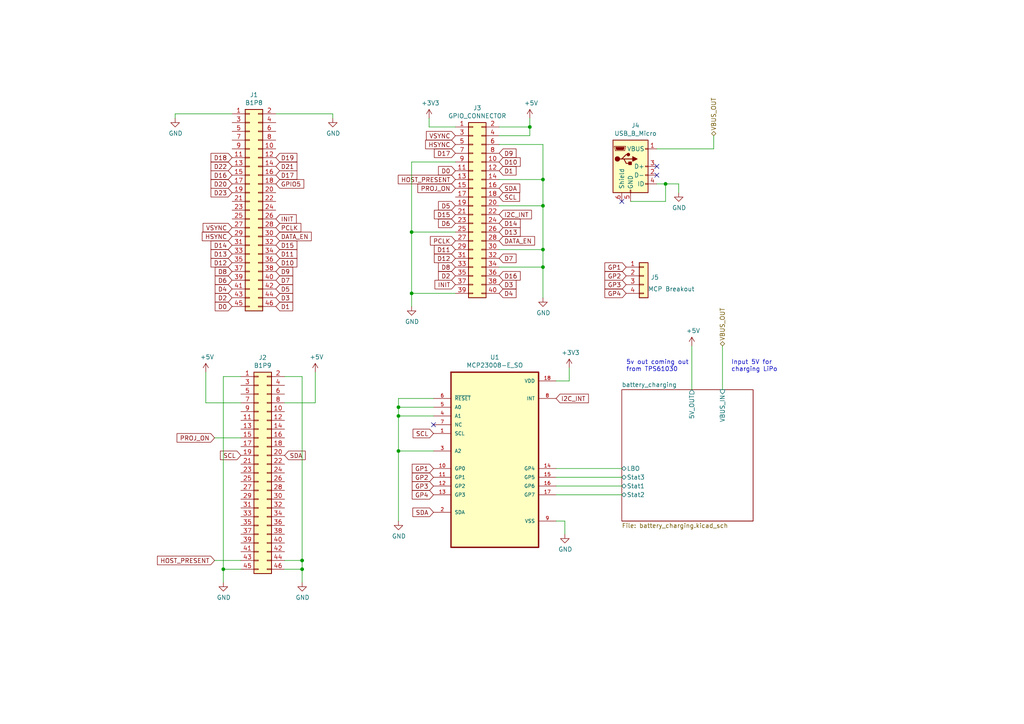
<source format=kicad_sch>
(kicad_sch (version 20211123) (generator eeschema)
  (paper "A4")
  (lib_symbols
    (symbol "Connector_Generic:Conn_01x04" (pin_names (offset 1.016) hide)
      (property "Reference" "J" (at 0 5.08 0))
      (property "Value" "Conn_01x04" (at 0 -7.62 0))
      (symbol "Conn_01x04_1_1"
        (rectangle (start -1.27 -4.953) (end 0 -5.207) (stroke (width 0.1524)))
        (rectangle (start -1.27 -2.413) (end 0 -2.667) (stroke (width 0.1524)))
        (rectangle (start -1.27 0.127) (end 0 -0.127) (stroke (width 0.1524)))
        (rectangle (start -1.27 2.667) (end 0 2.413) (stroke (width 0.1524)))
        (rectangle (start -1.27 3.81) (end 1.27 -6.35) (stroke (width 0.254)) (fill (type background)))
        (pin passive line (at -5.08 2.54 0) (length 3.81) (name "Pin_1") (number "1"))
        (pin passive line (at -5.08 0 0) (length 3.81) (name "Pin_2") (number "2"))
        (pin passive line (at -5.08 -2.54 0) (length 3.81) (name "Pin_3") (number "3"))
        (pin passive line (at -5.08 -5.08 0) (length 3.81) (name "Pin_4") (number "4"))
      )
    )
    (symbol "Connector_Generic:Conn_02x20_Odd_Even" (pin_names (offset 1.016) hide)
      (property "Reference" "J" (at 1.27 25.4 0))
      (property "Value" "Conn_02x20_Odd_Even" (at 1.27 -27.94 0))
      (symbol "Conn_02x20_Odd_Even_1_1"
        (rectangle (start -1.27 -25.273) (end 0 -25.527) (stroke (width 0.1524)))
        (rectangle (start -1.27 -22.733) (end 0 -22.987) (stroke (width 0.1524)))
        (rectangle (start -1.27 -20.193) (end 0 -20.447) (stroke (width 0.1524)))
        (rectangle (start -1.27 -17.653) (end 0 -17.907) (stroke (width 0.1524)))
        (rectangle (start -1.27 -15.113) (end 0 -15.367) (stroke (width 0.1524)))
        (rectangle (start -1.27 -12.573) (end 0 -12.827) (stroke (width 0.1524)))
        (rectangle (start -1.27 -10.033) (end 0 -10.287) (stroke (width 0.1524)))
        (rectangle (start -1.27 -7.493) (end 0 -7.747) (stroke (width 0.1524)))
        (rectangle (start -1.27 -4.953) (end 0 -5.207) (stroke (width 0.1524)))
        (rectangle (start -1.27 -2.413) (end 0 -2.667) (stroke (width 0.1524)))
        (rectangle (start -1.27 0.127) (end 0 -0.127) (stroke (width 0.1524)))
        (rectangle (start -1.27 2.667) (end 0 2.413) (stroke (width 0.1524)))
        (rectangle (start -1.27 5.207) (end 0 4.953) (stroke (width 0.1524)))
        (rectangle (start -1.27 7.747) (end 0 7.493) (stroke (width 0.1524)))
        (rectangle (start -1.27 10.287) (end 0 10.033) (stroke (width 0.1524)))
        (rectangle (start -1.27 12.827) (end 0 12.573) (stroke (width 0.1524)))
        (rectangle (start -1.27 15.367) (end 0 15.113) (stroke (width 0.1524)))
        (rectangle (start -1.27 17.907) (end 0 17.653) (stroke (width 0.1524)))
        (rectangle (start -1.27 20.447) (end 0 20.193) (stroke (width 0.1524)))
        (rectangle (start -1.27 22.987) (end 0 22.733) (stroke (width 0.1524)))
        (rectangle (start -1.27 24.13) (end 3.81 -26.67) (stroke (width 0.254)) (fill (type background)))
        (rectangle (start 3.81 -25.273) (end 2.54 -25.527) (stroke (width 0.1524)))
        (rectangle (start 3.81 -22.733) (end 2.54 -22.987) (stroke (width 0.1524)))
        (rectangle (start 3.81 -20.193) (end 2.54 -20.447) (stroke (width 0.1524)))
        (rectangle (start 3.81 -17.653) (end 2.54 -17.907) (stroke (width 0.1524)))
        (rectangle (start 3.81 -15.113) (end 2.54 -15.367) (stroke (width 0.1524)))
        (rectangle (start 3.81 -12.573) (end 2.54 -12.827) (stroke (width 0.1524)))
        (rectangle (start 3.81 -10.033) (end 2.54 -10.287) (stroke (width 0.1524)))
        (rectangle (start 3.81 -7.493) (end 2.54 -7.747) (stroke (width 0.1524)))
        (rectangle (start 3.81 -4.953) (end 2.54 -5.207) (stroke (width 0.1524)))
        (rectangle (start 3.81 -2.413) (end 2.54 -2.667) (stroke (width 0.1524)))
        (rectangle (start 3.81 0.127) (end 2.54 -0.127) (stroke (width 0.1524)))
        (rectangle (start 3.81 2.667) (end 2.54 2.413) (stroke (width 0.1524)))
        (rectangle (start 3.81 5.207) (end 2.54 4.953) (stroke (width 0.1524)))
        (rectangle (start 3.81 7.747) (end 2.54 7.493) (stroke (width 0.1524)))
        (rectangle (start 3.81 10.287) (end 2.54 10.033) (stroke (width 0.1524)))
        (rectangle (start 3.81 12.827) (end 2.54 12.573) (stroke (width 0.1524)))
        (rectangle (start 3.81 15.367) (end 2.54 15.113) (stroke (width 0.1524)))
        (rectangle (start 3.81 17.907) (end 2.54 17.653) (stroke (width 0.1524)))
        (rectangle (start 3.81 20.447) (end 2.54 20.193) (stroke (width 0.1524)))
        (rectangle (start 3.81 22.987) (end 2.54 22.733) (stroke (width 0.1524)))
        (pin passive line (at -5.08 22.86 0) (length 3.81) (name "Pin_1") (number "1"))
        (pin passive line (at 7.62 12.7 180) (length 3.81) (name "Pin_10") (number "10"))
        (pin passive line (at -5.08 10.16 0) (length 3.81) (name "Pin_11") (number "11"))
        (pin passive line (at 7.62 10.16 180) (length 3.81) (name "Pin_12") (number "12"))
        (pin passive line (at -5.08 7.62 0) (length 3.81) (name "Pin_13") (number "13"))
        (pin passive line (at 7.62 7.62 180) (length 3.81) (name "Pin_14") (number "14"))
        (pin passive line (at -5.08 5.08 0) (length 3.81) (name "Pin_15") (number "15"))
        (pin passive line (at 7.62 5.08 180) (length 3.81) (name "Pin_16") (number "16"))
        (pin passive line (at -5.08 2.54 0) (length 3.81) (name "Pin_17") (number "17"))
        (pin passive line (at 7.62 2.54 180) (length 3.81) (name "Pin_18") (number "18"))
        (pin passive line (at -5.08 0 0) (length 3.81) (name "Pin_19") (number "19"))
        (pin passive line (at 7.62 22.86 180) (length 3.81) (name "Pin_2") (number "2"))
        (pin passive line (at 7.62 0 180) (length 3.81) (name "Pin_20") (number "20"))
        (pin passive line (at -5.08 -2.54 0) (length 3.81) (name "Pin_21") (number "21"))
        (pin passive line (at 7.62 -2.54 180) (length 3.81) (name "Pin_22") (number "22"))
        (pin passive line (at -5.08 -5.08 0) (length 3.81) (name "Pin_23") (number "23"))
        (pin passive line (at 7.62 -5.08 180) (length 3.81) (name "Pin_24") (number "24"))
        (pin passive line (at -5.08 -7.62 0) (length 3.81) (name "Pin_25") (number "25"))
        (pin passive line (at 7.62 -7.62 180) (length 3.81) (name "Pin_26") (number "26"))
        (pin passive line (at -5.08 -10.16 0) (length 3.81) (name "Pin_27") (number "27"))
        (pin passive line (at 7.62 -10.16 180) (length 3.81) (name "Pin_28") (number "28"))
        (pin passive line (at -5.08 -12.7 0) (length 3.81) (name "Pin_29") (number "29"))
        (pin passive line (at -5.08 20.32 0) (length 3.81) (name "Pin_3") (number "3"))
        (pin passive line (at 7.62 -12.7 180) (length 3.81) (name "Pin_30") (number "30"))
        (pin passive line (at -5.08 -15.24 0) (length 3.81) (name "Pin_31") (number "31"))
        (pin passive line (at 7.62 -15.24 180) (length 3.81) (name "Pin_32") (number "32"))
        (pin passive line (at -5.08 -17.78 0) (length 3.81) (name "Pin_33") (number "33"))
        (pin passive line (at 7.62 -17.78 180) (length 3.81) (name "Pin_34") (number "34"))
        (pin passive line (at -5.08 -20.32 0) (length 3.81) (name "Pin_35") (number "35"))
        (pin passive line (at 7.62 -20.32 180) (length 3.81) (name "Pin_36") (number "36"))
        (pin passive line (at -5.08 -22.86 0) (length 3.81) (name "Pin_37") (number "37"))
        (pin passive line (at 7.62 -22.86 180) (length 3.81) (name "Pin_38") (number "38"))
        (pin passive line (at -5.08 -25.4 0) (length 3.81) (name "Pin_39") (number "39"))
        (pin passive line (at 7.62 20.32 180) (length 3.81) (name "Pin_4") (number "4"))
        (pin passive line (at 7.62 -25.4 180) (length 3.81) (name "Pin_40") (number "40"))
        (pin passive line (at -5.08 17.78 0) (length 3.81) (name "Pin_5") (number "5"))
        (pin passive line (at 7.62 17.78 180) (length 3.81) (name "Pin_6") (number "6"))
        (pin passive line (at -5.08 15.24 0) (length 3.81) (name "Pin_7") (number "7"))
        (pin passive line (at 7.62 15.24 180) (length 3.81) (name "Pin_8") (number "8"))
        (pin passive line (at -5.08 12.7 0) (length 3.81) (name "Pin_9") (number "9"))
      )
    )
    (symbol "Connector_Generic:Conn_02x23_Odd_Even" (pin_names (offset 1.016) hide)
      (property "Reference" "J" (at 1.27 30.48 0))
      (property "Value" "Conn_02x23_Odd_Even" (at 1.27 -30.48 0))
      (symbol "Conn_02x23_Odd_Even_1_1"
        (rectangle (start -1.27 -27.813) (end 0 -28.067) (stroke (width 0.1524)))
        (rectangle (start -1.27 -25.273) (end 0 -25.527) (stroke (width 0.1524)))
        (rectangle (start -1.27 -22.733) (end 0 -22.987) (stroke (width 0.1524)))
        (rectangle (start -1.27 -20.193) (end 0 -20.447) (stroke (width 0.1524)))
        (rectangle (start -1.27 -17.653) (end 0 -17.907) (stroke (width 0.1524)))
        (rectangle (start -1.27 -15.113) (end 0 -15.367) (stroke (width 0.1524)))
        (rectangle (start -1.27 -12.573) (end 0 -12.827) (stroke (width 0.1524)))
        (rectangle (start -1.27 -10.033) (end 0 -10.287) (stroke (width 0.1524)))
        (rectangle (start -1.27 -7.493) (end 0 -7.747) (stroke (width 0.1524)))
        (rectangle (start -1.27 -4.953) (end 0 -5.207) (stroke (width 0.1524)))
        (rectangle (start -1.27 -2.413) (end 0 -2.667) (stroke (width 0.1524)))
        (rectangle (start -1.27 0.127) (end 0 -0.127) (stroke (width 0.1524)))
        (rectangle (start -1.27 2.667) (end 0 2.413) (stroke (width 0.1524)))
        (rectangle (start -1.27 5.207) (end 0 4.953) (stroke (width 0.1524)))
        (rectangle (start -1.27 7.747) (end 0 7.493) (stroke (width 0.1524)))
        (rectangle (start -1.27 10.287) (end 0 10.033) (stroke (width 0.1524)))
        (rectangle (start -1.27 12.827) (end 0 12.573) (stroke (width 0.1524)))
        (rectangle (start -1.27 15.367) (end 0 15.113) (stroke (width 0.1524)))
        (rectangle (start -1.27 17.907) (end 0 17.653) (stroke (width 0.1524)))
        (rectangle (start -1.27 20.447) (end 0 20.193) (stroke (width 0.1524)))
        (rectangle (start -1.27 22.987) (end 0 22.733) (stroke (width 0.1524)))
        (rectangle (start -1.27 25.527) (end 0 25.273) (stroke (width 0.1524)))
        (rectangle (start -1.27 28.067) (end 0 27.813) (stroke (width 0.1524)))
        (rectangle (start -1.27 29.21) (end 3.81 -29.21) (stroke (width 0.254)) (fill (type background)))
        (rectangle (start 3.81 -27.813) (end 2.54 -28.067) (stroke (width 0.1524)))
        (rectangle (start 3.81 -25.273) (end 2.54 -25.527) (stroke (width 0.1524)))
        (rectangle (start 3.81 -22.733) (end 2.54 -22.987) (stroke (width 0.1524)))
        (rectangle (start 3.81 -20.193) (end 2.54 -20.447) (stroke (width 0.1524)))
        (rectangle (start 3.81 -17.653) (end 2.54 -17.907) (stroke (width 0.1524)))
        (rectangle (start 3.81 -15.113) (end 2.54 -15.367) (stroke (width 0.1524)))
        (rectangle (start 3.81 -12.573) (end 2.54 -12.827) (stroke (width 0.1524)))
        (rectangle (start 3.81 -10.033) (end 2.54 -10.287) (stroke (width 0.1524)))
        (rectangle (start 3.81 -7.493) (end 2.54 -7.747) (stroke (width 0.1524)))
        (rectangle (start 3.81 -4.953) (end 2.54 -5.207) (stroke (width 0.1524)))
        (rectangle (start 3.81 -2.413) (end 2.54 -2.667) (stroke (width 0.1524)))
        (rectangle (start 3.81 0.127) (end 2.54 -0.127) (stroke (width 0.1524)))
        (rectangle (start 3.81 2.667) (end 2.54 2.413) (stroke (width 0.1524)))
        (rectangle (start 3.81 5.207) (end 2.54 4.953) (stroke (width 0.1524)))
        (rectangle (start 3.81 7.747) (end 2.54 7.493) (stroke (width 0.1524)))
        (rectangle (start 3.81 10.287) (end 2.54 10.033) (stroke (width 0.1524)))
        (rectangle (start 3.81 12.827) (end 2.54 12.573) (stroke (width 0.1524)))
        (rectangle (start 3.81 15.367) (end 2.54 15.113) (stroke (width 0.1524)))
        (rectangle (start 3.81 17.907) (end 2.54 17.653) (stroke (width 0.1524)))
        (rectangle (start 3.81 20.447) (end 2.54 20.193) (stroke (width 0.1524)))
        (rectangle (start 3.81 22.987) (end 2.54 22.733) (stroke (width 0.1524)))
        (rectangle (start 3.81 25.527) (end 2.54 25.273) (stroke (width 0.1524)))
        (rectangle (start 3.81 28.067) (end 2.54 27.813) (stroke (width 0.1524)))
        (pin passive line (at -5.08 27.94 0) (length 3.81) (name "Pin_1") (number "1"))
        (pin passive line (at 7.62 17.78 180) (length 3.81) (name "Pin_10") (number "10"))
        (pin passive line (at -5.08 15.24 0) (length 3.81) (name "Pin_11") (number "11"))
        (pin passive line (at 7.62 15.24 180) (length 3.81) (name "Pin_12") (number "12"))
        (pin passive line (at -5.08 12.7 0) (length 3.81) (name "Pin_13") (number "13"))
        (pin passive line (at 7.62 12.7 180) (length 3.81) (name "Pin_14") (number "14"))
        (pin passive line (at -5.08 10.16 0) (length 3.81) (name "Pin_15") (number "15"))
        (pin passive line (at 7.62 10.16 180) (length 3.81) (name "Pin_16") (number "16"))
        (pin passive line (at -5.08 7.62 0) (length 3.81) (name "Pin_17") (number "17"))
        (pin passive line (at 7.62 7.62 180) (length 3.81) (name "Pin_18") (number "18"))
        (pin passive line (at -5.08 5.08 0) (length 3.81) (name "Pin_19") (number "19"))
        (pin passive line (at 7.62 27.94 180) (length 3.81) (name "Pin_2") (number "2"))
        (pin passive line (at 7.62 5.08 180) (length 3.81) (name "Pin_20") (number "20"))
        (pin passive line (at -5.08 2.54 0) (length 3.81) (name "Pin_21") (number "21"))
        (pin passive line (at 7.62 2.54 180) (length 3.81) (name "Pin_22") (number "22"))
        (pin passive line (at -5.08 0 0) (length 3.81) (name "Pin_23") (number "23"))
        (pin passive line (at 7.62 0 180) (length 3.81) (name "Pin_24") (number "24"))
        (pin passive line (at -5.08 -2.54 0) (length 3.81) (name "Pin_25") (number "25"))
        (pin passive line (at 7.62 -2.54 180) (length 3.81) (name "Pin_26") (number "26"))
        (pin passive line (at -5.08 -5.08 0) (length 3.81) (name "Pin_27") (number "27"))
        (pin passive line (at 7.62 -5.08 180) (length 3.81) (name "Pin_28") (number "28"))
        (pin passive line (at -5.08 -7.62 0) (length 3.81) (name "Pin_29") (number "29"))
        (pin passive line (at -5.08 25.4 0) (length 3.81) (name "Pin_3") (number "3"))
        (pin passive line (at 7.62 -7.62 180) (length 3.81) (name "Pin_30") (number "30"))
        (pin passive line (at -5.08 -10.16 0) (length 3.81) (name "Pin_31") (number "31"))
        (pin passive line (at 7.62 -10.16 180) (length 3.81) (name "Pin_32") (number "32"))
        (pin passive line (at -5.08 -12.7 0) (length 3.81) (name "Pin_33") (number "33"))
        (pin passive line (at 7.62 -12.7 180) (length 3.81) (name "Pin_34") (number "34"))
        (pin passive line (at -5.08 -15.24 0) (length 3.81) (name "Pin_35") (number "35"))
        (pin passive line (at 7.62 -15.24 180) (length 3.81) (name "Pin_36") (number "36"))
        (pin passive line (at -5.08 -17.78 0) (length 3.81) (name "Pin_37") (number "37"))
        (pin passive line (at 7.62 -17.78 180) (length 3.81) (name "Pin_38") (number "38"))
        (pin passive line (at -5.08 -20.32 0) (length 3.81) (name "Pin_39") (number "39"))
        (pin passive line (at 7.62 25.4 180) (length 3.81) (name "Pin_4") (number "4"))
        (pin passive line (at 7.62 -20.32 180) (length 3.81) (name "Pin_40") (number "40"))
        (pin passive line (at -5.08 -22.86 0) (length 3.81) (name "Pin_41") (number "41"))
        (pin passive line (at 7.62 -22.86 180) (length 3.81) (name "Pin_42") (number "42"))
        (pin passive line (at -5.08 -25.4 0) (length 3.81) (name "Pin_43") (number "43"))
        (pin passive line (at 7.62 -25.4 180) (length 3.81) (name "Pin_44") (number "44"))
        (pin passive line (at -5.08 -27.94 0) (length 3.81) (name "Pin_45") (number "45"))
        (pin passive line (at 7.62 -27.94 180) (length 3.81) (name "Pin_46") (number "46"))
        (pin passive line (at -5.08 22.86 0) (length 3.81) (name "Pin_5") (number "5"))
        (pin passive line (at 7.62 22.86 180) (length 3.81) (name "Pin_6") (number "6"))
        (pin passive line (at -5.08 20.32 0) (length 3.81) (name "Pin_7") (number "7"))
        (pin passive line (at 7.62 20.32 180) (length 3.81) (name "Pin_8") (number "8"))
        (pin passive line (at -5.08 17.78 0) (length 3.81) (name "Pin_9") (number "9"))
      )
    )
    (symbol "power:+3V3" (power) (pin_names (offset 0))
      (property "Value" "+3V3" (at 0 3.556 0))
      (symbol "+3V3_0_1"
        (polyline (pts (xy -0.762 1.27) (xy 0 2.54)))
        (polyline (pts (xy 0 0) (xy 0 2.54)))
        (polyline (pts (xy 0 2.54) (xy 0.762 1.27)))
      )
      (symbol "+3V3_1_1"
        (pin power_in line (at 0 0 90) (length 0) hide (name "+3V3") (number "1"))
      )
    )
    (symbol "power:+5V" (power) (pin_names (offset 0))
      (property "Value" "+5V" (at 0 3.556 0))
      (symbol "+5V_0_1"
        (polyline (pts (xy -0.762 1.27) (xy 0 2.54)))
        (polyline (pts (xy 0 0) (xy 0 2.54)))
        (polyline (pts (xy 0 2.54) (xy 0.762 1.27)))
      )
      (symbol "+5V_1_1"
        (pin power_in line (at 0 0 90) (length 0) hide (name "+5V") (number "1"))
      )
    )
    (symbol "power:GND" (power) (pin_names (offset 0))
      (property "Value" "GND" (at 0 -3.81 0))
      (symbol "GND_0_1"
        (polyline (pts (xy 0 0) (xy 0 -1.27) (xy 1.27 -1.27) (xy 0 -2.54) (xy -1.27 -1.27) (xy 0 -1.27)))
      )
      (symbol "GND_1_1"
        (pin power_in line (at 0 0 270) (length 0) hide (name "GND") (number "1"))
      )
    )
    (symbol "projector_hat-rescue:MCP23008-E_SO-MCP23008-E_SO-projector_hat-rescue" (pin_names (offset 1.016))
      (property "Reference" "U" (at -12.7 26.3906 0))
      (property "Value" "MCP23008-E_SO-MCP23008-E_SO-projector_hat-rescue" (at -12.7 -29.3878 0))
      (symbol "MCP23008-E_SO-MCP23008-E_SO-projector_hat-rescue_0_0"
        (rectangle (start -12.7 -25.4) (end 12.7 25.4) (stroke (width 0.4064)) (fill (type background)))
        (pin input line (at -17.78 7.62 0) (length 5.08) (name "SCL") (number "1"))
        (pin bidirectional line (at -17.78 -2.54 0) (length 5.08) (name "GP0") (number "10"))
        (pin bidirectional line (at -17.78 -5.08 0) (length 5.08) (name "GP1") (number "11"))
        (pin bidirectional line (at -17.78 -7.62 0) (length 5.08) (name "GP2") (number "12"))
        (pin bidirectional line (at -17.78 -10.16 0) (length 5.08) (name "GP3") (number "13"))
        (pin bidirectional line (at 17.78 -2.54 180) (length 5.08) (name "GP4") (number "14"))
        (pin bidirectional line (at 17.78 -5.08 180) (length 5.08) (name "GP5") (number "15"))
        (pin bidirectional line (at 17.78 -7.62 180) (length 5.08) (name "GP6") (number "16"))
        (pin bidirectional line (at 17.78 -10.16 180) (length 5.08) (name "GP7") (number "17"))
        (pin power_in line (at 17.78 22.86 180) (length 5.08) (name "VDD") (number "18"))
        (pin bidirectional line (at -17.78 -15.24 0) (length 5.08) (name "SDA") (number "2"))
        (pin bidirectional line (at -17.78 2.54 0) (length 5.08) (name "A2") (number "3"))
        (pin input line (at -17.78 12.7 0) (length 5.08) (name "A1") (number "4"))
        (pin input line (at -17.78 15.24 0) (length 5.08) (name "A0") (number "5"))
        (pin input line (at -17.78 17.78 0) (length 5.08) (name "~{RESET}") (number "6"))
        (pin input line (at -17.78 10.16 0) (length 5.08) (name "NC") (number "7"))
        (pin output line (at 17.78 17.78 180) (length 5.08) (name "INT") (number "8"))
        (pin power_in line (at 17.78 -17.78 180) (length 5.08) (name "VSS") (number "9"))
      )
    )
    (symbol "projector_hat-rescue:USB_B_Micro-Connector-projector_hat-rescue" (pin_names (offset 1.016))
      (property "Reference" "J" (at -5.08 11.43 0))
      (property "Value" "USB_B_Micro-Connector-projector_hat-rescue" (at -5.08 8.89 0))
      (symbol "USB_B_Micro-Connector-projector_hat-rescue_0_1"
        (rectangle (start -5.08 -7.62) (end 5.08 7.62) (stroke (width 0.254)) (fill (type background)))
        (circle (center -3.81 2.159) (radius 0.635) (stroke (width 0.254)) (fill (type outline)))
        (circle (center -0.635 3.429) (radius 0.381) (stroke (width 0.254)) (fill (type outline)))
        (rectangle (start -0.127 -7.62) (end 0.127 -6.858))
        (polyline (pts (xy -1.905 2.159) (xy 0.635 2.159)) (stroke (width 0.254)))
        (polyline (pts (xy -3.175 2.159) (xy -2.54 2.159) (xy -1.27 3.429) (xy -0.635 3.429)) (stroke (width 0.254)))
        (polyline (pts (xy -2.54 2.159) (xy -1.905 2.159) (xy -1.27 0.889) (xy 0 0.889)) (stroke (width 0.254)))
        (polyline (pts (xy 0.635 2.794) (xy 0.635 1.524) (xy 1.905 2.159) (xy 0.635 2.794)) (stroke (width 0.254)) (fill (type outline)))
        (polyline (pts (xy -4.318 5.588) (xy -1.778 5.588) (xy -2.032 4.826) (xy -4.064 4.826) (xy -4.318 5.588)) (fill (type outline)))
        (polyline (pts (xy -4.699 5.842) (xy -4.699 5.588) (xy -4.445 4.826) (xy -4.445 4.572) (xy -1.651 4.572) (xy -1.651 4.826) (xy -1.397 5.588) (xy -1.397 5.842) (xy -4.699 5.842)))
        (rectangle (start 0.254 1.27) (end -0.508 0.508) (stroke (width 0.254)) (fill (type outline)))
        (rectangle (start 5.08 -5.207) (end 4.318 -4.953))
        (rectangle (start 5.08 -2.667) (end 4.318 -2.413))
        (rectangle (start 5.08 -0.127) (end 4.318 0.127))
        (rectangle (start 5.08 4.953) (end 4.318 5.207))
      )
      (symbol "USB_B_Micro-Connector-projector_hat-rescue_1_1"
        (pin power_out line (at 7.62 5.08 180) (length 2.54) (name "VBUS") (number "1"))
        (pin passive line (at 7.62 -2.54 180) (length 2.54) (name "D-") (number "2"))
        (pin passive line (at 7.62 0 180) (length 2.54) (name "D+") (number "3"))
        (pin passive line (at 7.62 -5.08 180) (length 2.54) (name "ID") (number "4"))
        (pin power_out line (at 0 -10.16 90) (length 2.54) (name "GND") (number "5"))
        (pin passive line (at -2.54 -10.16 90) (length 2.54) (name "Shield") (number "6"))
      )
    )
  )
  (junction (at 115.57 120.65))
  (junction (at 115.57 130.81))
  (junction (at 115.57 118.11))
  (junction (at 153.67 36.83))
  (junction (at 87.63 165.1))
  (junction (at 119.38 85.09))
  (junction (at 157.48 72.39))
  (junction (at 157.48 77.47))
  (junction (at 64.77 165.1))
  (junction (at 193.04 53.34))
  (junction (at 87.63 162.56))
  (junction (at 119.38 67.31))
  (junction (at 157.48 59.69))
  (junction (at 157.48 52.07))
  (no_connect (at 190.5 50.8))
  (no_connect (at 180.34 58.42))
  (no_connect (at 125.73 123.19))
  (no_connect (at 190.5 48.26))
  (wire (pts (xy 161.29 143.51) (xy 180.34 143.51)))
  (wire (pts (xy 144.78 41.91) (xy 157.48 41.91)))
  (wire (pts (xy 119.38 46.99) (xy 132.08 46.99)))
  (wire (pts (xy 161.29 151.13) (xy 163.83 151.13)))
  (wire (pts (xy 119.38 67.31) (xy 119.38 46.99)))
  (wire (pts (xy 119.38 85.09) (xy 119.38 67.31)))
  (wire (pts (xy 193.04 53.34) (xy 196.85 53.34)))
  (wire (pts (xy 82.55 116.84) (xy 91.44 116.84)))
  (wire (pts (xy 144.78 77.47) (xy 157.48 77.47)))
  (wire (pts (xy 87.63 165.1) (xy 87.63 168.91)))
  (wire (pts (xy 62.23 127) (xy 69.85 127)))
  (wire (pts (xy 190.5 53.34) (xy 193.04 53.34)))
  (wire (pts (xy 165.1 110.49) (xy 161.29 110.49)))
  (wire (pts (xy 153.67 34.29) (xy 153.67 36.83)))
  (wire (pts (xy 157.48 52.07) (xy 157.48 59.69)))
  (wire (pts (xy 115.57 118.11) (xy 125.73 118.11)))
  (wire (pts (xy 161.29 138.43) (xy 180.34 138.43)))
  (wire (pts (xy 165.1 106.68) (xy 165.1 110.49)))
  (wire (pts (xy 80.01 33.02) (xy 96.52 33.02)))
  (wire (pts (xy 82.55 165.1) (xy 87.63 165.1)))
  (wire (pts (xy 124.46 34.29) (xy 124.46 36.83)))
  (wire (pts (xy 115.57 120.65) (xy 115.57 130.81)))
  (wire (pts (xy 50.8 33.02) (xy 67.31 33.02)))
  (wire (pts (xy 64.77 109.22) (xy 64.77 165.1)))
  (wire (pts (xy 132.08 85.09) (xy 119.38 85.09)))
  (wire (pts (xy 153.67 39.37) (xy 153.67 36.83)))
  (wire (pts (xy 157.48 41.91) (xy 157.48 52.07)))
  (wire (pts (xy 144.78 52.07) (xy 157.48 52.07)))
  (wire (pts (xy 161.29 140.97) (xy 180.34 140.97)))
  (wire (pts (xy 144.78 59.69) (xy 157.48 59.69)))
  (wire (pts (xy 196.85 53.34) (xy 196.85 55.88)))
  (wire (pts (xy 125.73 115.57) (xy 115.57 115.57)))
  (wire (pts (xy 59.69 107.95) (xy 59.69 116.84)))
  (wire (pts (xy 193.04 58.42) (xy 193.04 53.34)))
  (wire (pts (xy 207.01 43.18) (xy 207.01 39.37)))
  (wire (pts (xy 182.88 58.42) (xy 193.04 58.42)))
  (wire (pts (xy 115.57 115.57) (xy 115.57 118.11)))
  (wire (pts (xy 69.85 165.1) (xy 64.77 165.1)))
  (wire (pts (xy 209.55 100.33) (xy 209.55 113.03)))
  (wire (pts (xy 144.78 39.37) (xy 153.67 39.37)))
  (wire (pts (xy 115.57 130.81) (xy 125.73 130.81)))
  (wire (pts (xy 190.5 43.18) (xy 207.01 43.18)))
  (wire (pts (xy 124.46 36.83) (xy 132.08 36.83)))
  (wire (pts (xy 82.55 109.22) (xy 87.63 109.22)))
  (wire (pts (xy 200.66 100.33) (xy 200.66 113.03)))
  (wire (pts (xy 62.23 162.56) (xy 69.85 162.56)))
  (wire (pts (xy 132.08 67.31) (xy 119.38 67.31)))
  (wire (pts (xy 157.48 72.39) (xy 157.48 77.47)))
  (wire (pts (xy 153.67 36.83) (xy 144.78 36.83)))
  (wire (pts (xy 115.57 120.65) (xy 125.73 120.65)))
  (wire (pts (xy 87.63 162.56) (xy 87.63 165.1)))
  (wire (pts (xy 161.29 135.89) (xy 180.34 135.89)))
  (wire (pts (xy 50.8 34.29) (xy 50.8 33.02)))
  (wire (pts (xy 115.57 130.81) (xy 115.57 151.13)))
  (wire (pts (xy 82.55 162.56) (xy 87.63 162.56)))
  (wire (pts (xy 87.63 109.22) (xy 87.63 162.56)))
  (wire (pts (xy 59.69 116.84) (xy 69.85 116.84)))
  (wire (pts (xy 64.77 165.1) (xy 64.77 168.91)))
  (wire (pts (xy 144.78 72.39) (xy 157.48 72.39)))
  (wire (pts (xy 91.44 116.84) (xy 91.44 107.95)))
  (wire (pts (xy 163.83 151.13) (xy 163.83 154.94)))
  (wire (pts (xy 119.38 88.9) (xy 119.38 85.09)))
  (wire (pts (xy 157.48 59.69) (xy 157.48 72.39)))
  (wire (pts (xy 115.57 118.11) (xy 115.57 120.65)))
  (wire (pts (xy 157.48 77.47) (xy 157.48 86.36)))
  (wire (pts (xy 69.85 109.22) (xy 64.77 109.22)))
  (wire (pts (xy 96.52 33.02) (xy 96.52 34.29)))
  (text "5v out coming out \nfrom TPS61030" (at 181.61 107.95 0) (effects (font (size 1.27 1.27)) (justify left bottom)))
  (text "Input 5V for \ncharging LiPo" (at 212.09 107.95 0) (effects (font (size 1.27 1.27)) (justify left bottom)))
  (global_label "GP3" (shape input) (at 181.61 82.55 180) (property "Intersheet References" "${INTERSHEET_REFS}" (effects hide)))
  (global_label "D3" (shape input) (at 80.01 86.36 0) (property "Intersheet References" "${INTERSHEET_REFS}" (effects hide)))
  (global_label "PROJ_ON" (shape input) (at 132.08 54.61 180) (property "Intersheet References" "${INTERSHEET_REFS}" (effects hide)))
  (global_label "D22" (shape input) (at 67.31 48.26 180) (property "Intersheet References" "${INTERSHEET_REFS}" (effects hide)))
  (global_label "D17" (shape input) (at 132.08 44.45 180) (property "Intersheet References" "${INTERSHEET_REFS}" (effects hide)))
  (global_label "D0" (shape input) (at 67.31 88.9 180) (property "Intersheet References" "${INTERSHEET_REFS}" (effects hide)))
  (global_label "D6" (shape input) (at 67.31 81.28 180) (property "Intersheet References" "${INTERSHEET_REFS}" (effects hide)))
  (global_label "D17" (shape input) (at 80.01 50.8 0) (property "Intersheet References" "${INTERSHEET_REFS}" (effects hide)))
  (global_label "D18" (shape input) (at 67.31 45.72 180) (property "Intersheet References" "${INTERSHEET_REFS}" (effects hide)))
  (global_label "D20" (shape input) (at 67.31 53.34 180) (property "Intersheet References" "${INTERSHEET_REFS}" (effects hide)))
  (global_label "GP4" (shape input) (at 125.73 143.51 180) (property "Intersheet References" "${INTERSHEET_REFS}" (effects hide)))
  (global_label "D16" (shape input) (at 67.31 50.8 180) (property "Intersheet References" "${INTERSHEET_REFS}" (effects hide)))
  (global_label "HOST_PRESENT" (shape input) (at 62.23 162.56 180) (property "Intersheet References" "${INTERSHEET_REFS}" (effects hide)))
  (global_label "D11" (shape input) (at 80.01 73.66 0) (property "Intersheet References" "${INTERSHEET_REFS}" (effects hide)))
  (global_label "SCL" (shape input) (at 125.73 125.73 180) (property "Intersheet References" "${INTERSHEET_REFS}" (effects hide)))
  (global_label "D1" (shape input) (at 144.78 49.53 0) (property "Intersheet References" "${INTERSHEET_REFS}" (effects hide)))
  (global_label "GP2" (shape input) (at 181.61 80.01 180) (property "Intersheet References" "${INTERSHEET_REFS}" (effects hide)))
  (global_label "D14" (shape input) (at 144.78 64.77 0) (property "Intersheet References" "${INTERSHEET_REFS}" (effects hide)))
  (global_label "D2" (shape input) (at 67.31 86.36 180) (property "Intersheet References" "${INTERSHEET_REFS}" (effects hide)))
  (global_label "I2C_INT" (shape input) (at 144.78 62.23 0) (property "Intersheet References" "${INTERSHEET_REFS}" (effects hide)))
  (global_label "DATA_EN" (shape input) (at 144.78 69.85 0) (property "Intersheet References" "${INTERSHEET_REFS}" (effects hide)))
  (global_label "D7" (shape input) (at 144.78 74.93 0) (property "Intersheet References" "${INTERSHEET_REFS}" (effects hide)))
  (global_label "GP3" (shape input) (at 125.73 140.97 180) (property "Intersheet References" "${INTERSHEET_REFS}" (effects hide)))
  (global_label "D15" (shape input) (at 80.01 71.12 0) (property "Intersheet References" "${INTERSHEET_REFS}" (effects hide)))
  (global_label "D4" (shape input) (at 144.78 85.09 0) (property "Intersheet References" "${INTERSHEET_REFS}" (effects hide)))
  (global_label "GP1" (shape input) (at 181.61 77.47 180) (property "Intersheet References" "${INTERSHEET_REFS}" (effects hide)))
  (global_label "GP1" (shape input) (at 125.73 135.89 180) (property "Intersheet References" "${INTERSHEET_REFS}" (effects hide)))
  (global_label "D5" (shape input) (at 132.08 59.69 180) (property "Intersheet References" "${INTERSHEET_REFS}" (effects hide)))
  (global_label "DATA_EN" (shape input) (at 80.01 68.58 0) (property "Intersheet References" "${INTERSHEET_REFS}" (effects hide)))
  (global_label "GP2" (shape input) (at 125.73 138.43 180) (property "Intersheet References" "${INTERSHEET_REFS}" (effects hide)))
  (global_label "PCLK" (shape input) (at 80.01 66.04 0) (property "Intersheet References" "${INTERSHEET_REFS}" (effects hide)))
  (global_label "D8" (shape input) (at 67.31 78.74 180) (property "Intersheet References" "${INTERSHEET_REFS}" (effects hide)))
  (global_label "D1" (shape input) (at 80.01 88.9 0) (property "Intersheet References" "${INTERSHEET_REFS}" (effects hide)))
  (global_label "GP4" (shape input) (at 181.61 85.09 180) (property "Intersheet References" "${INTERSHEET_REFS}" (effects hide)))
  (global_label "D23" (shape input) (at 67.31 55.88 180) (property "Intersheet References" "${INTERSHEET_REFS}" (effects hide)))
  (global_label "INIT" (shape input) (at 132.08 82.55 180) (property "Intersheet References" "${INTERSHEET_REFS}" (effects hide)))
  (global_label "PCLK" (shape input) (at 132.08 69.85 180) (property "Intersheet References" "${INTERSHEET_REFS}" (effects hide)))
  (global_label "SCL" (shape input) (at 144.78 57.15 0) (property "Intersheet References" "${INTERSHEET_REFS}" (effects hide)))
  (global_label "D0" (shape input) (at 132.08 49.53 180) (property "Intersheet References" "${INTERSHEET_REFS}" (effects hide)))
  (global_label "D2" (shape input) (at 132.08 80.01 180) (property "Intersheet References" "${INTERSHEET_REFS}" (effects hide)))
  (global_label "HOST_PRESENT" (shape input) (at 132.08 52.07 180) (property "Intersheet References" "${INTERSHEET_REFS}" (effects hide)))
  (global_label "D3" (shape input) (at 144.78 82.55 0) (property "Intersheet References" "${INTERSHEET_REFS}" (effects hide)))
  (global_label "GPIO5" (shape input) (at 80.01 53.34 0) (property "Intersheet References" "${INTERSHEET_REFS}" (effects hide)))
  (global_label "SDA" (shape input) (at 82.55 132.08 0) (property "Intersheet References" "${INTERSHEET_REFS}" (effects hide)))
  (global_label "D13" (shape input) (at 67.31 73.66 180) (property "Intersheet References" "${INTERSHEET_REFS}" (effects hide)))
  (global_label "PROJ_ON" (shape input) (at 62.23 127 180) (property "Intersheet References" "${INTERSHEET_REFS}" (effects hide)))
  (global_label "D11" (shape input) (at 132.08 72.39 180) (property "Intersheet References" "${INTERSHEET_REFS}" (effects hide)))
  (global_label "D7" (shape input) (at 80.01 81.28 0) (property "Intersheet References" "${INTERSHEET_REFS}" (effects hide)))
  (global_label "D5" (shape input) (at 80.01 83.82 0) (property "Intersheet References" "${INTERSHEET_REFS}" (effects hide)))
  (global_label "HSYNC" (shape input) (at 132.08 41.91 180) (property "Intersheet References" "${INTERSHEET_REFS}" (effects hide)))
  (global_label "D4" (shape input) (at 67.31 83.82 180) (property "Intersheet References" "${INTERSHEET_REFS}" (effects hide)))
  (global_label "D10" (shape input) (at 80.01 76.2 0) (property "Intersheet References" "${INTERSHEET_REFS}" (effects hide)))
  (global_label "SDA" (shape input) (at 144.78 54.61 0) (property "Intersheet References" "${INTERSHEET_REFS}" (effects hide)))
  (global_label "D9" (shape input) (at 80.01 78.74 0) (property "Intersheet References" "${INTERSHEET_REFS}" (effects hide)))
  (global_label "D12" (shape input) (at 67.31 76.2 180) (property "Intersheet References" "${INTERSHEET_REFS}" (effects hide)))
  (global_label "D13" (shape input) (at 144.78 67.31 0) (property "Intersheet References" "${INTERSHEET_REFS}" (effects hide)))
  (global_label "SDA" (shape input) (at 125.73 148.59 180) (property "Intersheet References" "${INTERSHEET_REFS}" (effects hide)))
  (global_label "VSYNC" (shape input) (at 67.31 66.04 180) (property "Intersheet References" "${INTERSHEET_REFS}" (effects hide)))
  (global_label "D14" (shape input) (at 67.31 71.12 180) (property "Intersheet References" "${INTERSHEET_REFS}" (effects hide)))
  (global_label "D12" (shape input) (at 132.08 74.93 180) (property "Intersheet References" "${INTERSHEET_REFS}" (effects hide)))
  (global_label "D6" (shape input) (at 132.08 64.77 180) (property "Intersheet References" "${INTERSHEET_REFS}" (effects hide)))
  (global_label "HSYNC" (shape input) (at 67.31 68.58 180) (property "Intersheet References" "${INTERSHEET_REFS}" (effects hide)))
  (global_label "D10" (shape input) (at 144.78 46.99 0) (property "Intersheet References" "${INTERSHEET_REFS}" (effects hide)))
  (global_label "INIT" (shape input) (at 80.01 63.5 0) (property "Intersheet References" "${INTERSHEET_REFS}" (effects hide)))
  (global_label "I2C_INT" (shape input) (at 161.29 115.57 0) (property "Intersheet References" "${INTERSHEET_REFS}" (effects hide)))
  (global_label "D16" (shape input) (at 144.78 80.01 0) (property "Intersheet References" "${INTERSHEET_REFS}" (effects hide)))
  (global_label "D19" (shape input) (at 80.01 45.72 0) (property "Intersheet References" "${INTERSHEET_REFS}" (effects hide)))
  (global_label "VSYNC" (shape input) (at 132.08 39.37 180) (property "Intersheet References" "${INTERSHEET_REFS}" (effects hide)))
  (global_label "SCL" (shape input) (at 69.85 132.08 180) (property "Intersheet References" "${INTERSHEET_REFS}" (effects hide)))
  (global_label "D15" (shape input) (at 132.08 62.23 180) (property "Intersheet References" "${INTERSHEET_REFS}" (effects hide)))
  (global_label "D9" (shape input) (at 144.78 44.45 0) (property "Intersheet References" "${INTERSHEET_REFS}" (effects hide)))
  (global_label "D8" (shape input) (at 132.08 77.47 180) (property "Intersheet References" "${INTERSHEET_REFS}" (effects hide)))
  (global_label "D21" (shape input) (at 80.01 48.26 0) (property "Intersheet References" "${INTERSHEET_REFS}" (effects hide)))
  (hierarchical_label "VBUS_OUT" (shape bidirectional) (at 209.55 100.33 90))
  (hierarchical_label "VBUS_OUT" (shape bidirectional) (at 207.01 39.37 90))
  (symbol (lib_id "power:GND") (at 157.48 86.36 0) (unit 1)
    (property "Reference" "#PWR011" (effects hide))
    (property "Value" "GND" (at 157.607 90.7542 0))
  )
  (symbol (lib_id "power:+3V3") (at 124.46 34.29 0) (unit 1)
    (property "Reference" "#PWR09" (effects hide))
    (property "Value" "+3V3" (at 124.841 29.8958 0))
  )
  (symbol (lib_id "Connector_Generic:Conn_01x04") (at 186.69 80.01 0) (unit 1)
    (property "Reference" "J5" (at 188.722 80.4453 0) (effects (justify left)))
    (property "Value" "MCP Breakout" (at 187.96 83.82 0) (effects (justify left)))
    (property "Footprint" "Connector_PinHeader_2.54mm:PinHeader_1x04_P2.54mm_Vertical" (effects hide))
  )
  (symbol (lib_id "power:+3V3") (at 165.1 106.68 0) (unit 1)
    (property "Reference" "#PWR013" (effects hide))
    (property "Value" "+3V3" (at 165.481 102.2858 0))
  )
  (symbol (lib_id "Connector_Generic:Conn_02x23_Odd_Even") (at 72.39 60.96 0) (unit 1)
    (property "Reference" "J1" (at 73.66 27.5082 0))
    (property "Value" "B1P8" (at 73.66 29.8196 0))
    (property "Footprint" "Connector_PinHeader_2.54mm:PinHeader_2x23_P2.54mm_Vertical" (effects hide))
  )
  (symbol (lib_id "projector_hat-rescue:MCP23008-E_SO-MCP23008-E_SO-projector_hat-rescue") (at 143.51 133.35 0) (unit 1)
    (property "Reference" "U1" (at 143.51 103.632 0))
    (property "Value" "MCP23008-E_SO" (at 143.51 105.9434 0))
    (property "Footprint" "SOIC127P1030X265-18N:SOIC127P1030X265-18N" (effects hide))
  )
  (symbol (lib_id "power:GND") (at 96.52 34.29 0) (unit 1)
    (property "Reference" "#PWR06" (effects hide))
    (property "Value" "GND" (at 96.647 38.6842 0))
  )
  (symbol (lib_id "power:GND") (at 50.8 34.29 0) (unit 1)
    (property "Reference" "#PWR01" (effects hide))
    (property "Value" "GND" (at 50.927 38.6842 0))
  )
  (symbol (lib_id "Connector_Generic:Conn_02x20_Odd_Even") (at 137.16 59.69 0) (unit 1)
    (property "Reference" "J3" (at 138.43 31.3182 0))
    (property "Value" "GPIO_CONNECTOR" (at 138.43 33.6296 0))
    (property "Footprint" "Module:Raspberry_Pi_Zero_Socketed_THT_FaceDown_MountingHoles" (effects hide))
  )
  (symbol (lib_id "projector_hat-rescue:USB_B_Micro-Connector-projector_hat-rescue") (at 182.88 48.26 0) (unit 1)
    (property "Reference" "J4" (at 184.3278 36.3982 0))
    (property "Value" "USB_B_Micro" (at 184.3278 38.7096 0))
    (property "Footprint" "Connector_USB:USB_Micro-B_Molex-105017-0001" (effects hide))
  )
  (symbol (lib_id "power:+5V") (at 153.67 34.29 0) (unit 1)
    (property "Reference" "#PWR010" (effects hide))
    (property "Value" "+5V" (at 154.051 29.8958 0))
  )
  (symbol (lib_id "power:GND") (at 115.57 151.13 0) (unit 1)
    (property "Reference" "#PWR07" (effects hide))
    (property "Value" "GND" (at 115.697 155.5242 0))
  )
  (symbol (lib_id "power:GND") (at 196.85 55.88 0) (unit 1)
    (property "Reference" "#PWR014" (effects hide))
    (property "Value" "GND" (at 196.977 60.2742 0))
  )
  (symbol (lib_id "power:+5V") (at 59.69 107.95 0) (unit 1)
    (property "Reference" "#PWR02" (effects hide))
    (property "Value" "+5V" (at 60.071 103.5558 0))
  )
  (symbol (lib_id "power:GND") (at 163.83 154.94 0) (unit 1)
    (property "Reference" "#PWR012" (effects hide))
    (property "Value" "GND" (at 163.957 159.3342 0))
  )
  (symbol (lib_id "power:+5V") (at 200.66 100.33 0) (unit 1)
    (property "Reference" "#PWR015" (effects hide))
    (property "Value" "+5V" (at 201.041 95.9358 0))
  )
  (symbol (lib_id "power:GND") (at 87.63 168.91 0) (unit 1)
    (property "Reference" "#PWR04" (effects hide))
    (property "Value" "GND" (at 87.757 173.3042 0))
  )
  (symbol (lib_id "power:GND") (at 119.38 88.9 0) (unit 1)
    (property "Reference" "#PWR08" (effects hide))
    (property "Value" "GND" (at 119.507 93.2942 0))
  )
  (symbol (lib_id "power:+5V") (at 91.44 107.95 0) (unit 1)
    (property "Reference" "#PWR05" (effects hide))
    (property "Value" "+5V" (at 91.821 103.5558 0))
  )
  (symbol (lib_id "Connector_Generic:Conn_02x23_Odd_Even") (at 74.93 137.16 0) (unit 1)
    (property "Reference" "J2" (at 76.2 103.7082 0))
    (property "Value" "B1P9" (at 76.2 106.0196 0))
    (property "Footprint" "Connector_PinHeader_2.54mm:PinHeader_2x23_P2.54mm_Vertical" (effects hide))
  )
  (symbol (lib_id "power:GND") (at 64.77 168.91 0) (unit 1)
    (property "Reference" "#PWR03" (effects hide))
    (property "Value" "GND" (at 64.897 173.3042 0))
  )
  (sheet (at 180.34 113.03) (size 38.1 38.1) (stroke (width 0.1524))
    (property "Sheet name" "battery_charging" (at 180.34 112.3184 0) (effects (justify left bottom)))
    (property "Sheet file" "battery_charging.kicad_sch" (at 180.34 151.7146 0) (effects (justify left top)))
    (pin "5V_OUT" output (at 200.66 113.03 90))
    (pin "LBO" bidirectional (at 180.34 135.89 180))
    (pin "VBUS_IN" input (at 209.55 113.03 90))
    (pin "Stat2" bidirectional (at 180.34 143.51 180))
    (pin "Stat1" bidirectional (at 180.34 140.97 180))
    (pin "Stat3" bidirectional (at 180.34 138.43 180))
  )
)
</source>
